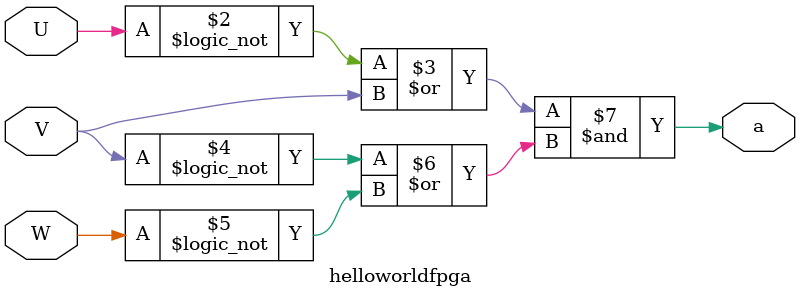
<source format=v>
/*BCD to 7 segment display decoder
January 21,2021
Code by G V V Sharma
Released under GNU GPL
*/

//declaring the blink module
module helloworldfpga(

input  wire U,
input  wire V,
input  wire W,


output wire a

);


//Display Decoder
always @(*)
begin

a=(!U|V)&(!V|!W);


end
endmodule
//end of the module

</source>
